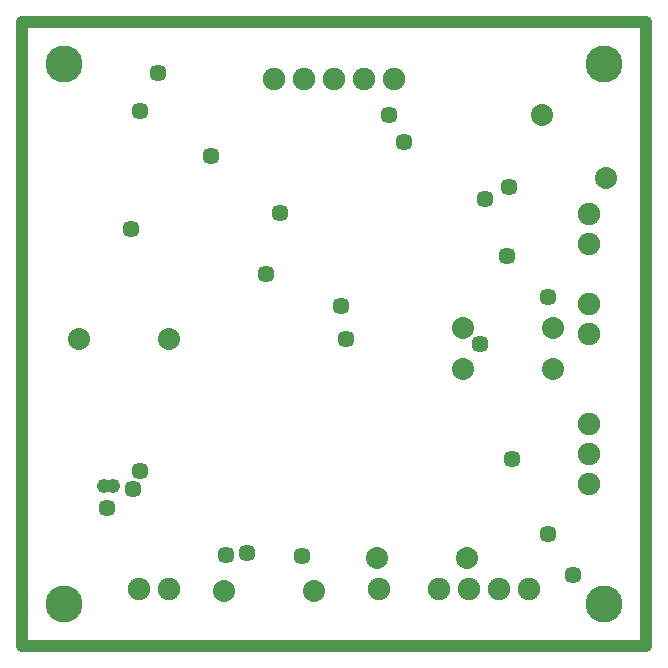
<source format=gbr>
G04 Layer_Physical_Order=2*
G04 Layer_Color=32768*
%FSLAX26Y26*%
%MOIN*%
%TF.FileFunction,Copper,L2,Inr,Plane*%
%TF.Part,Single*%
G01*
G75*
%TA.AperFunction,NonConductor*%
%ADD32C,0.040000*%
%TA.AperFunction,ViaPad*%
%ADD33C,0.123000*%
%TA.AperFunction,ComponentPad*%
%ADD34C,0.075433*%
%ADD35C,0.073465*%
%TA.AperFunction,ViaPad*%
%ADD36C,0.057000*%
%ADD37C,0.047874*%
D32*
X960000Y960000D02*
X960000Y3040000D01*
X3040000Y3040000D01*
X3040000Y960000D01*
X960000D01*
D33*
X1100000Y1100000D02*
D03*
X2900000D02*
D03*
Y2900000D02*
D03*
X1100000D02*
D03*
D34*
X1350000Y1150000D02*
D03*
X1450000D02*
D03*
X2150000D02*
D03*
X2350000D02*
D03*
X2450000D02*
D03*
X2550000D02*
D03*
X2650000D02*
D03*
X2850000Y1500000D02*
D03*
Y1600000D02*
D03*
Y1700000D02*
D03*
Y2000000D02*
D03*
Y2100000D02*
D03*
Y2300000D02*
D03*
Y2400000D02*
D03*
X2200000Y2850000D02*
D03*
X2100000D02*
D03*
X2000000D02*
D03*
X1900000D02*
D03*
X1800000D02*
D03*
D35*
X1635000Y1145000D02*
D03*
X1935000D02*
D03*
X2145000Y1255000D02*
D03*
X2445000D02*
D03*
X2730000Y1885000D02*
D03*
Y2020000D02*
D03*
X2430000D02*
D03*
Y1885000D02*
D03*
X2906066Y2518934D02*
D03*
X2693934Y2731066D02*
D03*
X1450000Y1985000D02*
D03*
X1150000D02*
D03*
D36*
X1330000Y1485000D02*
D03*
X1353000Y1543000D02*
D03*
X1244000Y1421000D02*
D03*
X1640000Y1265000D02*
D03*
X1710000Y1270000D02*
D03*
X1895000Y1260000D02*
D03*
X2595000Y1585000D02*
D03*
X2712622Y1335000D02*
D03*
X2798000Y1198000D02*
D03*
X2486000Y1966000D02*
D03*
X2715000Y2125000D02*
D03*
X2578000Y2260000D02*
D03*
X2585000Y2490000D02*
D03*
X2505000Y2450000D02*
D03*
X2235000Y2640000D02*
D03*
X2185000Y2730000D02*
D03*
X1820000Y2405000D02*
D03*
X1775000Y2200000D02*
D03*
X2041302Y1984000D02*
D03*
X2025000Y2095000D02*
D03*
X1589000Y2592000D02*
D03*
X1354000Y2742000D02*
D03*
X1415000Y2870000D02*
D03*
X1325000Y2350000D02*
D03*
D37*
X1233252Y1494000D02*
D03*
X1264748D02*
D03*
%TF.MD5,994b4bc5d4650bfc60effb4cd9270e6b*%
M02*

</source>
